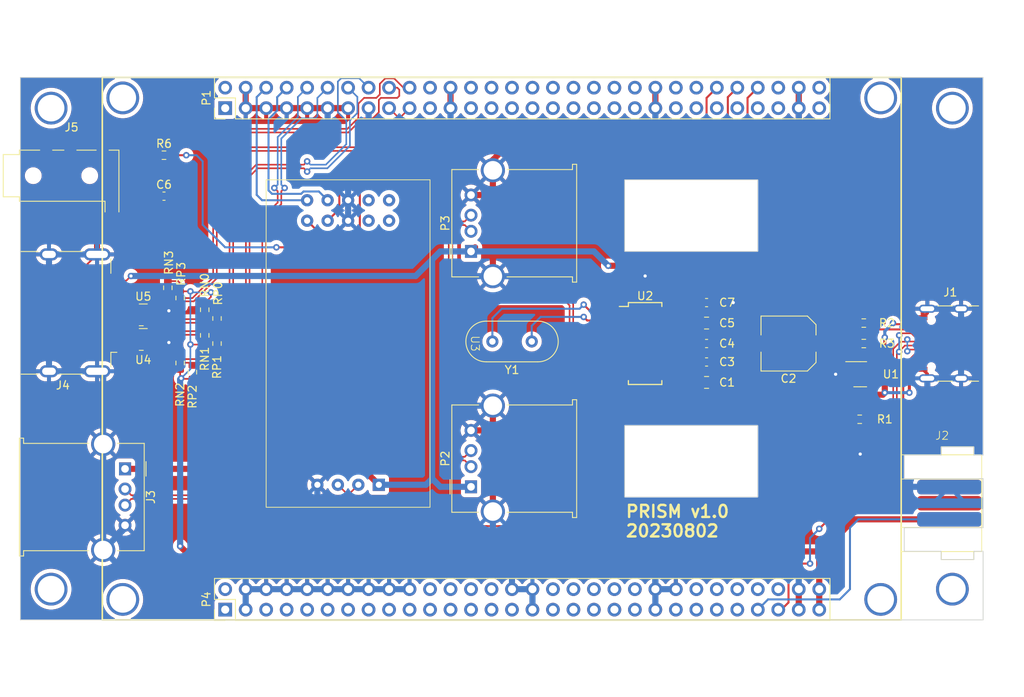
<source format=kicad_pcb>
(kicad_pcb (version 20221018) (generator pcbnew)
  (layers (0 "F.Cu" signal) (31 "B.Cu" signal) (34 "B.Paste" user) (35 "F.Paste" user) (36 "B.SilkS" user "B.Silkscreen") (37 "F.SilkS" user "F.Silkscreen") (38 "B.Mask" user) (39 "F.Mask" user) (44 "Edge.Cuts" user))
  (net 0 "")
  (net 1 "GND")
  (net 2 "/3v3")
  (net 3 "/VBUS_IN")
  (net 4 "Net-(C6-Pad1)")
  (net 5 "VBUS")
  (net 6 "Net-(J1-CC1)")
  (net 7 "/UP_D+")
  (net 8 "/UP_D-")
  (net 10 "Net-(J1-CC2)")
  (net 12 "/SDA")
  (net 14 "+3V3")
  (net 15 "/SCL")
  (net 16 "/USB3_D-")
  (net 17 "/USB3_D+")
  (net 18 "/HDMI_D2_P")
  (net 19 "/HDMI_D2_N")
  (net 20 "/HDMI_D1_P")
  (net 21 "/HDMI_D1_N")
  (net 22 "/HDMI_D0_P")
  (net 23 "/HDMI_D0_N")
  (net 24 "/HDMI_CLK_P")
  (net 25 "/HDMI_CLK_N")
  (net 33 "/SWCLK")
  (net 34 "/SWDIO")
  (net 60 "/TX")
  (net 62 "/RX")
  (net 64 "/BUZ")
  (net 67 "/USB1_D-")
  (net 68 "/USB1_D+")
  (net 69 "/USB2_D-")
  (net 70 "/USB2_D+")
  (net 110 "Net-(U1-ISET)")
  (net 111 "/OVCUR")
  (net 112 "/PWREN")
  (net 113 "Net-(U2-XO)")
  (net 114 "Net-(U2-XI)")
  (net 115 "/USB4_D-")
  (net 116 "/USB4_D+")
  (footprint "Connector_PinHeader_2.54mm:PinHeader_2x30_P2.54mm_Vertical" (layer "F.Cu") (at 116.84 80.01 90)
    (fp_text reference "P1")
    (fp_text value "Conn_02x30_Odd_Even_Shielded")
  )
  (footprint "Resistor_SMD:R_0603_1608Metric" (layer "F.Cu") (at 196.025 109.22)
    (fp_text reference "R3")
    (fp_text value "47k" hide)
  )
  (footprint "Connector_USB:USB_C_Receptacle_GCT_USB4105-xx-A_16P_TopMnt_Horizontal" (layer "F.Cu") (at 207.01 109.22 90)
    (fp_text reference "J1")
    (fp_text value "USB_C_Receptacle")
  )
  (footprint "Capacitor_SMD:C_Elec_6.3x5.8" (layer "F.Cu") (at 186.69 109.22 180)
    (fp_text reference "C2")
    (fp_text value "330uF")
  )
  (footprint "Resistor_SMD:R_0603_1608Metric" (layer "F.Cu") (at 111.252 103.569 -90)
    (fp_text reference "RP3")
    (fp_text value "49.9" hide)
  )
  (footprint "Package_DFN_QFN:Diodes_UDFN-10_1.0x2.5mm_P0.5mm" (layer "F.Cu") (at 106.68 108.712 180)
    (fp_text reference "U4")
    (fp_text value "AZ1045-04F" hide)
  )
  (footprint "Connector_USB:USB_A_Molex_67643_Horizontal" (layer "F.Cu") (at 104.42 124.77 -90)
    (fp_text reference "J3")
    (fp_text value "USB_A")
  )
  (footprint "Resistor_SMD:R_0603_1608Metric" (layer "F.Cu") (at 195.517 118.618 180)
    (fp_text reference "R1")
    (fp_text value "5.1k" hide)
  )
  (footprint "liyuxuan:DAP" (layer "F.Cu") (at 147.32 109.22 -90)
    (fp_text reference "U3")
    (fp_text value "DAP")
  )
  (footprint "Resistor_SMD:R_0603_1608Metric" (layer "F.Cu") (at 114.3 105.029 -90)
    (fp_text reference "RN0")
    (fp_text value "49.9" hide)
  )
  (footprint "Resistor_SMD:R_0603_1608Metric" (layer "F.Cu") (at 112.776 112.776 90)
    (fp_text reference "RP2")
    (fp_text value "49.9" hide)
  )
  (footprint "Capacitor_SMD:C_0805_2012Metric" (layer "F.Cu") (at 176.53 106.68 180)
    (fp_text reference "C5")
    (fp_text value "10uF" hide)
  )
  (footprint "Crystal:Crystal_HC49-4H_Vertical" (layer "F.Cu") (at 154.85 108.966 180)
    (fp_text reference "Y1")
    (fp_text value "12MHz")
  )
  (footprint "Capacitor_SMD:C_0603_1608Metric" (layer "F.Cu") (at 109.25 90.932)
    (fp_text reference "C6")
    (fp_text value "0.1uF" hide)
  )
  (footprint "Capacitor_SMD:C_0805_2012Metric" (layer "F.Cu") (at 176.53 114.046)
    (fp_text reference "C1")
    (fp_text value "10uF" hide)
  )
  (footprint "liyuxuan:Nunchunk" (layer "F.Cu") (at 215.646 129.032 -90)
    (fp_text reference "J2")
    (fp_text value "Nunchunk")
  )
  (footprint "Resistor_SMD:R_0603_1608Metric" (layer "F.Cu") (at 115.824 109.22 90)
    (fp_text reference "RP1")
    (fp_text value "49.9" hide)
  )
  (footprint "Capacitor_SMD:C_0603_1608Metric" (layer "F.Cu") (at 176.53 109.22 180)
    (fp_text reference "C4")
    (fp_text value "0.1uF" hide)
  )
  (footprint "Resistor_SMD:R_0603_1608Metric" (layer "F.Cu") (at 109.728 102.299 -90)
    (fp_text reference "RN3")
    (fp_text value "49.9" hide)
  )
  (footprint "Resistor_SMD:R_0603_1608Metric" (layer "F.Cu") (at 111.252 111.633 90)
    (fp_text reference "RN2")
    (fp_text value "49.9" hide)
  )
  (footprint "Capacitor_SMD:C_0603_1608Metric" (layer "F.Cu") (at 176.53 104.14 180)
    (fp_text reference "C7")
    (fp_text value "1uF" hide)
  )
  (footprint "Connector_PinHeader_2.54mm:PinHeader_2x30_P2.54mm_Vertical" (layer "F.Cu") (at 116.84 142.24 90)
    (fp_text reference "P4")
    (fp_text value "Conn_02x30_Odd_Even_Shielded")
  )
  (footprint "Package_TO_SOT_SMD:SOT-23-6" (layer "F.Cu") (at 195.58 113.03)
    (fp_text reference "U1")
    (fp_text value "CH217K")
  )
  (footprint "Connector_HDMI:HDMI_A_Molex_208658-1001_Horizontal" (layer "F.Cu") (at 98.425 105.41 180)
    (fp_text reference "J4")
    (fp_text value "HDMI_A")
  )
  (footprint "Resistor_SMD:R_0603_1608Metric" (layer "F.Cu") (at 114.3 108.204 90)
    (fp_text reference "RN1")
    (fp_text value "49.9" hide)
  )
  (footprint "Resistor_SMD:R_0603_1608Metric" (layer "F.Cu") (at 196.025 106.68 180)
    (fp_text reference "R2")
    (fp_text value "5.1k" hide)
  )
  (footprint "Resistor_SMD:R_0603_1608Metric" (layer "F.Cu") (at 109.25 85.852)
    (fp_text reference "R6")
    (fp_text value "2k" hide)
  )
  (footprint "Resistor_SMD:R_0603_1608Metric" (layer "F.Cu") (at 115.824 106.108 -90)
    (fp_text reference "RP0")
    (fp_text value "49.9" hide)
  )
  (footprint "Connector_USB:USB_A_Molex_67643_Horizontal" (layer "F.Cu") (at 147.32 127 90)
    (fp_text reference "P2")
    (fp_text value "USB_A")
  )
  (footprint "Package_SO:SSOP-28_3.9x9.9mm_P0.635mm" (layer "F.Cu") (at 168.91 109.22)
    (fp_text reference "U2")
    (fp_text value "CH334U")
  )
  (footprint "Connector_Audio:Jack_3.5mm_KoreanHropartsElec_PJ-320D-4A_Horizontal" (layer "F.Cu") (at 97.79 88.392)
    (fp_text reference "J5")
    (fp_text value "AudioJack3")
  )
  (footprint "Capacitor_SMD:C_0603_1608Metric" (layer "F.Cu") (at 176.53 111.506 180)
    (fp_text reference "C3")
    (fp_text value "0.1uF" hide)
  )
  (footprint "Connector_USB:USB_A_Molex_67643_Horizontal" (layer "F.Cu") (at 147.32 97.79 90)
    (fp_text reference "P3")
    (fp_text value "USB_A")
  )
  (footprint "Package_DFN_QFN:Diodes_UDFN-10_1.0x2.5mm_P0.5mm" (layer "F.Cu") (at 106.68 105.664 180)
    (fp_text reference "U5")
    (fp_text value "AZ1045-04F" hide)
  )
  (gr_rect locked (start 101.6 76.2) (end 200.66 143.51) (stroke (width 0.2)) (fill none) (layer "F.SilkS"))
  (gr_line (start 201.041 125.984) (end 201.041 123.063) (stroke (width 0.1)) (layer "Edge.Cuts"))
  (gr_line (start 91.44 143.51) (end 91.44 76.2) (stroke (width 0.1)) (layer "Edge.Cuts"))
  (gr_line (start 205.613 135.001) (end 201.041 135.001) (stroke (width 0.1)) (layer "Edge.Cuts"))
  (gr_line (start 210.82 125.984) (end 201.041 125.984) (stroke (width 0.1)) (layer "Edge.Cuts"))
  (gr_line (start 210.82 123.063) (end 210.82 76.2) (stroke (width 0.1)) (layer "Edge.Cuts"))
  (gr_line (start 209.677 123.063) (end 210.82 123.063) (stroke (width 0.1)) (layer "Edge.Cuts"))
  (gr_line (start 209.677 122.047) (end 209.677 123.063) (stroke (width 0.1)) (layer "Edge.Cuts"))
  (gr_line (start 205.613 136.017) (end 205.613 135.001) (stroke (width 0.1)) (layer "Edge.Cuts"))
  (gr_line (start 210.82 143.51) (end 91.44 143.51) (stroke (width 0.1)) (layer "Edge.Cuts"))
  (gr_line (start 210.82 143.51) (end 210.82 135.001) (stroke (width 0.1)) (layer "Edge.Cuts"))
  (gr_line (start 209.677 135.001) (end 209.677 136.017) (stroke (width 0.1)) (layer "Edge.Cuts"))
  (gr_rect locked (start 166.37 88.9) (end 182.88 97.79) (stroke (width 0.1)) (fill none) (layer "Edge.Cuts"))
  (gr_line (start 209.677 136.017) (end 205.613 136.017) (stroke (width 0.1)) (layer "Edge.Cuts"))
  (gr_line (start 205.613 122.047) (end 209.677 122.047) (stroke (width 0.1)) (layer "Edge.Cuts"))
  (gr_line (start 201.041 132.08) (end 210.82 132.08) (stroke (width 0.1)) (layer "Edge.Cuts"))
  (gr_line (start 210.82 132.08) (end 210.82 125.984) (stroke (width 0.1)) (layer "Edge.Cuts"))
  (gr_line (start 201.041 123.063) (end 205.613 123.063) (stroke (width 0.1)) (layer "Edge.Cuts"))
  (gr_line (start 205.613 123.063) (end 205.613 122.047) (stroke (width 0.1)) (layer "Edge.Cuts"))
  (gr_line (start 210.82 135.001) (end 209.677 135.001) (stroke (width 0.1)) (layer "Edge.Cuts"))
  (gr_rect locked (start 166.37 119.38) (end 182.88 128.27) (stroke (width 0.1)) (fill none) (layer "Edge.Cuts"))
  (gr_line (start 91.44 76.2) (end 210.82 76.2) (stroke (width 0.1)) (layer "Edge.Cuts"))
  (gr_line (start 201.041 135.001) (end 201.041 132.08) (stroke (width 0.1)) (layer "Edge.Cuts"))
  (gr_text "PRISM v1.0\n20230802" (at 166.37 133.35) (layer "F.SilkS") (effects (font (size 1.5 1.5) (thickness 0.3) bold) (justify left bottom)))
  (via (at 207.01 139.7) (size 4.064) (drill 3.302) (layers "F.Cu" "B.Cu") (net 0))
  (via (at 207.01 80.01) (size 4.064) (drill 3.302) (layers "F.Cu" "B.Cu") (net 0))
  (via (at 95.25 139.7) (size 4.064) (drill 3.302) (layers "F.Cu" "B.Cu") (net 0))
  (via (at 95.25 80.01) (size 4.064) (drill 3.302) (layers "F.Cu" "B.Cu") (net 0))
  (via (at 104.14 140.97) (size 4.064) (drill 3.302) (layers "F.Cu" "B.Cu") (net 0))
  (via (at 198.12 140.97) (size 4.064) (drill 3.302) (layers "F.Cu" "B.Cu") (net 0))
  (via (at 198.12 78.74) (size 4.064) (drill 3.302) (layers "F.Cu" "B.Cu") (net 0))
  (via (at 104.14 78.74) (size 4.064) (drill 3.302) (layers "F.Cu" "B.Cu") (net 0))
  (segment (start 150.03 119.888) (end 150.03 116.93) (width 0.762) (layer "F.Cu") (net 1))
  (segment (start 195.2 104.939526) (end 187.96 97.699526) (width 0.762) (layer "F.Cu") (net 1))
  (segment (start 99.314 107.95) (end 99.314 106.426) (width 0.2032) (layer "F.Cu") (net 1))
  (segment (start 170.18 77.47) (end 170.18 80.01) (width 0.762) (layer "F.Cu") (net 1))
  (segment (start 203.905 104.9) (end 203.905 105.445) (width 0.381) (layer "F.Cu") (net 1))
  (segment (start 168.497 105.0925) (end 168.41775 105.17175) (width 0.381) (layer "F.Cu") (net 1))
  (segment (start 99.322 104.91) (end 99.314 104.902) (width 0.2032) (layer "F.Cu") (net 1))
  (segment (start 203.905 113.54) (end 203.905 112.995) (width 0.381) (layer "F.Cu") (net 1))
  (segment (start 150.03 87.72) (end 150.03 86.444) (width 0.762) (layer "F.Cu") (net 1))
  (segment (start 99.33 106.41) (end 99.314 106.426) (width 0.2032) (layer "F.Cu") (net 1))
  (segment (start 100.95 98.16) (end 100.95 94.742) (width 0.762) (layer "F.Cu") (net 1))
  (segment (start 187.96 80.01) (end 187.96 77.47) (width 0.762) (layer "F.Cu") (net 1))
  (segment (start 147.32 120) (end 149.918 120) (width 0.762) (layer "F.Cu") (net 1))
  (segment (start 187.96 97.699526) (end 187.96 83.82) (width 0.762) (layer "F.Cu") (net 1))
  (segment (start 168.41775 105.17175) (end 167.894 105.6955) (width 0.381) (layer "F.Cu") (net 1))
  (segment (start 194.692 118.618) (end 194.692 122.048) (width 0.762) (layer "F.Cu") (net 1))
  (segment (start 109.347 105.664) (end 109.855 105.156) (width 0.2032) (layer "F.Cu") (net 1))
  (segment (start 109.855 109.093) (end 109.474 108.712) (width 0.2032) (layer "F.Cu") (net 1))
  (segment (start 194.692 122.048) (end 195.58 122.936) (width 0.762) (layer "F.Cu") (net 1))
  (segment (start 100.95 94.742) (end 100.95 93.432) (width 0.762) (layer "F.Cu") (net 1))
  (segment (start 166.31 112.0775) (end 166.31 112.074) (width 0.381) (layer "F.Cu") (net 1))
  (segment (start 203.905 105.445) (end 203.33 106.02) (width 0.381) (layer "F.Cu") (net 1))
  (segment (start 194.4425 113.03) (end 192.532 113.03) (width 0.381) (layer "F.Cu") (net 1))
  (segment (start 187.96 142.24) (end 187.96 139.7) (width 0.762) (layer "F.Cu") (net 1))
  (segment (start 119.38 77.47) (end 119.38 80.01) (width 0.762) (layer "F.Cu") (net 1))
  (segment (start 150.03 87.72) (end 150.03 90.932) (width 0.762) (layer "F.Cu") (net 1))
  (segment (start 195.2 106.68) (end 195.2 104.939526) (width 0.762) (layer "F.Cu") (net 1))
  (segment (start 177.305 109.22) (end 184.1525 109.22) (width 0.762) (layer "F.Cu") (net 1))
  (segment (start 186.436 85.344) (end 187.96 83.82) (width 0.762) (layer "F.Cu") (net 1))
  (segment (start 167.894 111.252) (end 167.894 105.6955) (width 0.381) (layer "F.Cu") (net 1))
  (segment (start 149.888 90.79) (end 150.03 90.932) (width 0.762) (layer "F.Cu") (net 1))
  (segment (start 99.314 101.854) (end 99.314 99.796) (width 0.2032) (layer "F.Cu") (net 1))
  (segment (start 177.48 114.046) (end 177.48 104.315) (width 0.762) (layer "F.Cu") (net 1))
  (segment (start 106.279856 94.742) (end 100.95 94.742) (width 0.762) (layer "F.Cu") (net 1))
  (segment (start 149.918 120) (end 150.03 119.888) (width 0.762) (layer "F.Cu") (net 1))
  (segment (start 99.314 99.796) (end 100.95 98.16) (width 0.2032) (layer "F.Cu") (net 1))
  (segment (start 100.95 93.432) (end 102.74 91.642) (width 0.762) (layer "F.Cu") (net 1))
  (segment (start 150.03 90.932) (end 150.03 100.86) (width 0.762) (layer "F.Cu") (net 1))
  (segment (start 168.91 100.838) (end 168.91 104.6795) (width 0.762) (layer "F.Cu") (net 1))
  (segment (start 106.2675 105.664) (end 109.347 105.664) (width 0.2032) (layer "F.Cu") (net 1))
  (segment (start 150.03 86.444) (end 151.13 85.344) (width 0.762) (layer "F.Cu") (net 1))
  (segment (start 192.532 113.03) (end 192.659 113.03) (width 0.381) (layer "F.Cu") (net 1))
  (segment (start 99.314 106.426) (end 99.314 104.902) (width 0.2032) (layer "F.Cu") (net 1))
  (segment (start 101.71 106.41) (end 99.33 106.41) (width 0.2032) (layer "F.Cu") (net 1))
  (segment (start 168.91 104.6795) (end 168.41775 105.17175) (width 0.762) (layer "F.Cu") (net 1))
  (segment (start 102.77 91.642) (end 102.86 91.732) (width 0.25) (layer "F.Cu") (net 1))
  (segment (start 101.71 107.91) (end 99.354 107.91) (width 0.2032) (layer "F.Cu") (net 1))
  (segment (start 101.71 101.91) (end 99.37 101.91) (width 0.2032) (layer "F.Cu") (net 1))
  (segment (start 101.684 97.426) (end 100.95 98.16) (width 0.25) (layer "F.Cu") (net 1))
  (segment (start 203.905 112.995) (end 203.33 112.42) (width 0.381) (layer "F.Cu") (net 1))
  (segment (start 110.025 90.996856) (end 106.279856 94.742) (width 0.762) (layer "F.Cu") (net 1))
  (segment (start 195.2 106.68) (end 195.2 109.22) (width 0.762) (layer "F.Cu") (net 1))
  (segment (start 110.025 90.932) (end 110.025 90.996856) (width 0.762) (layer "F.Cu") (net 1))
  (segment (start 177.48 104.315) (end 177.305 104.14) (width 0.762) (layer "F.Cu") (net 1))
  (segment (start 147.32 90.79) (end 149.888 90.79) (width 0.762) (layer "F.Cu") (net 1))
  (segment (start 167.113 112.033) (end 167.894 111.252) (width 0.381) (layer "F.Cu") (net 1))
  (segment (start 167.894 105.6955) (end 167.291 105.0925) (width 0.381) (layer "F.Cu") (net 1))
  (segment (start 99.504 109.41) (end 99.314 109.22) (width 0.2032) (layer "F.Cu") (net 1))
  (segment (start 144.78 77.47) (end 144.78 80.01) (width 0.762) (layer "F.Cu") (net 1))
  (segment (start 187.96 83.82) (end 187.96 80.01) (width 0.762) (layer "F.Cu") (net 1))
  (segment (start 99.314 104.902) (end 99.314 101.854) (width 0.2032) (layer "F.Cu") (net 1))
  (segment (start 99.354 107.91) (end 99.314 107.95) (width 0.2032) (layer "F.Cu") (net 1))
  (segment (start 101.71 109.41) (end 99.504 109.41) (width 0.2032) (layer "F.Cu") (net 1))
  (segment (start 151.13 85.344) (end 186.436 85.344) (width 0.762) (layer "F.Cu") (net 1))
  (segment (start 166.351 112.033) (end 167.113 112.033) (width 0.381) (layer "F.Cu") (net 1))
  (segment (start 119.38 80.01) (end 132.08 80.01) (width 0.762) (layer "F.Cu") (net 1))
  (segment (start 150.03 88.08) (end 150.03 87.72) (width 0.25) (layer "F.Cu") (net 1))
  (segment (start 109.474 108.712) (end 106.2675 108.712) (width 0.2032) (layer "F.Cu") (net 1))
  (segment (start 167.291 105.0925) (end 166.31 105.0925) (width 0.381) (layer "F.Cu") (net 1))
  (segment (start 101.71 104.91) (end 99.322 104.91) (width 0.2032) (layer "F.Cu") (net 1))
  (segment (start 150.03 130.07) (end 150.03 119.888) (width 0.762) (layer "F.Cu") (net 1))
  (segment (start 166.31 112.074) (end 166.351 112.033) (width 0.381) (layer "F.Cu") (net 1))
  (segment (start 100.95 98.16) (end 99.568 99.542) (width 0.2032) (layer "F.Cu") (net 1))
  (segment (start 177.305 104.14) (end 179.832 104.14) (width 0.762) (layer "F.Cu") (net 1))
  (segment (start 171.51 105.0925) (end 168.497 105.0925) (width 0.381) (layer "F.Cu") (net 1))
  (segment (start 99.37 101.91) (end 99.314 101.854) (width 0.2032) (layer "F.Cu") (net 1))
  (segment (start 99.314 109.22) (end 99.314 107.95) (width 0.2032) (layer "F.Cu") (net 1))
  (via (at 192.532 113.03) (size 0.8) (drill 0.4) (layers "F.Cu" "B.Cu") (net 1))
  (via (at 109.855 105.156) (size 0.8) (drill 0.4) (layers "F.Cu" "B.Cu") (net 1))
  (via (at 109.855 109.093) (size 0.8) (drill 0.4) (layers "F.Cu" "B.Cu") (net 1))
  (via (at 195.58 122.936) (size 0.8) (drill 0.4) (layers "F.Cu" "B.Cu") (net 1))
  (via (at 179.832 104.14) (size 0.8) (drill 0.4) (layers "F.Cu" "B.Cu") (net 1))
  (via (at 168.91 100.838) (size 0.8) (drill 0.4) (layers "F.Cu" "B.Cu") (net 1))
  (segment (start 94.99 112.66) (end 100.95 112.66) (width 0.762) (layer "B.Cu") (net 1))
  (segment (start 101.71 134.84) (end 104.538 137.668) (width 0.762) (layer "B.Cu") (net 1))
  (segment (start 150.03 134.704) (end 149.352 135.382) (width 0.762) (layer "B.Cu") (net 1))
  (segment (start 186.69 83.058) (end 187.96 81.788) (width 0.762) (layer "B.Cu") (net 1))
  (segment (start 94.99 107.188) (end 94.99 107.194) (width 0.762) (layer "B.Cu") (net 1))
  (segment (start 203.905 117.405) (end 200.66 120.65) (width 0.762) (layer "B.Cu") (net 1))
  (segment (start 146.028 100.86) (end 144.78 102.108) (width 0.762) (layer "B.Cu") (net 1))
  (segment (start 125.222 84.328) (end 125.73 83.82) (width 0.762) (layer "B.Cu") (net 1))
  (segment (start 169.672 135.382) (end 170.18 135.89) (width 0.762) (layer "B.Cu") (net 1))
  (segment (start 128.27 126.746) (end 128.27 135.382) (width 0.762) (layer "B.Cu") (net 1))
  (segment (start 191.516 127) (end 191.135 127.381) (width 0.762) (layer "B.Cu") (net 1))
  (segment (start 192.532 125.984) (end 191.135 127.381) (width 0.762) (layer "B.Cu") (net 1))
  (segment (start 168.91 100.838) (end 168.888 100.86) (width 0.762) (layer "B.Cu") (net 1))
  (segment (start 144.78 102.108) (end 144.78 115.316) (width 0.762) (layer "B.Cu") (net 1))
  (segment (start 172.72 139.7) (end 170.18 139.7) (width 0.762) (layer "B.Cu") (net 1))
  (segment (start 119.38 139.7) (end 139.7 139.7) (width 0.762) (layer "B.Cu") (net 1))
  (segment (start 101.71 121.7) (end 101.71 113.42) (width 0.762) (layer "B.Cu") (net 1))
  (segment (start 187.96 81.788) (end 187.96 80.01) (width 0.762) (layer "B.Cu") (net 1))
  (segment (start 109.855 105.156) (end 109.855 107.188) (width 0.762) (layer "B.Cu") (net 1))
  (segment (start 203.905 104.9) (end 208.085 104.9) (width 0.762) (layer "B.Cu") (net 1))
  (segment (start 101.71 113.42) (end 100.95 112.66) (width 0.762) (layer "B.Cu") (net 1))
  (segment (start 146.304 135.382) (end 149.352 135.382) (width 0.762) (layer "B.Cu") (net 1))
  (segment (start 94.99 98.16) (end 100.95 98.16) (width 0.762) (layer "B.Cu") (net 1))
  (segment (start 109.855 107.188) (end 109.855 109.093) (width 0.762) (layer "B.Cu") (net 1))
  (segment (start 128.27 135.382) (end 146.304 135.382) (width 0.762) (layer "B.Cu") (net 1))
  (segment (start 134.874 88.392) (end 134.112 89.154) (width 0.762) (layer "B.Cu") (net 1))
  (segment (start 154.94 142.24) (end 154.94 139.7) (width 0.762) (layer "B.Cu") (net 1))
  (segment (start 197.866 120.65) (end 195.58 122.936) (width 0.762) (layer "B.Cu") (net 1))
  (segment (start 170.18 81.788) (end 171.45 83.058) (width 0.762) (layer "B.Cu") (net 1))
  (segment (start 144.78 115.316) (end 146.394 116.93) (width 0.762) (layer "B.Cu") (net 1))
  (segment (start 138.176 83.058) (end 143.51 83.058) (width 0.762) (layer "B.Cu") (net 1))
  (segment (start 94.99 98.16) (end 94.99 107.188) (width 0.762) (layer "B.Cu") (net 1))
  (segment (start 170.18 139.7) (end 170.18 136.398) (width 0.762) (layer "B.Cu") (net 1))
  (segment (start 149.352 135.382) (end 152.4 135.382) (width 0.762) (layer "B.Cu") (net 1))
  (segment (start 170.18 142.24) (end 170.18 135.89) (width 0.762) (layer "B.Cu") (net 1))
  (segment (start 206.614 127) (end 195.326 127) (width 0.762) (layer "B.Cu") (net 1))
  (segment (start 143.51 83.058) (end 144.78 81.788) (width 0.762) (layer "B.Cu") (net 1))
  (segment (start 192.532 113.03) (end 192.532 125.984) (width 0.762) (layer "B.Cu") (net 1))
  (segment (start 208.085 104.9) (end 208.085 113.54) (width 0.762) (layer "B.Cu") (net 1))
  (segment (start 134.874 84.074) (end 134.874 88.392) (width 0.762) (layer "B.Cu") (net 1))
  (segment (start 200.66 120.65) (end 197.866 120.65) (width 0.762) (layer "B.Cu") (net 1))
  (segment (start 132.08 93.98) (end 132.08 91.44) (width 0.762) (layer "B.Cu") (net 1))
  (segment (start 120.396 135.382) (end 128.27 135.382) (width 0.762) (layer "B.Cu") (net 1))
  (segment (start 191.135 127.381) (end 187.96 130.556) (width 0.762) (layer "B.Cu") (net 1))
  (segment (start 104.42 132.13) (end 101.71 134.84) (width 0.762) (layer "B.Cu") (net 1))
  (segment (start 203.905 113.54) (end 208.085 113.54) (width 0.762) (layer "B.Cu") (net 1))
  (segment (start 146.394 116.93) (end 150.03 116.93) (width 0.762) (layer "B.Cu") (net 1))
  (segment (start 150.03 130.07) (end 150.03 134.704) (width 0.762) (layer "B.Cu") (net 1))
  (segment (start 109.855 107.188) (end 94.996 107.188) (width 0.762) (layer "B.Cu") (net 1))
  (segment (start 132.08 89.154) (end 125.984 89.154) (width 0.762) (layer "B.Cu") (net 1))
  (segment (start 135.89 83.058) (end 138.176 83.058) (width 0.762) (layer "B.Cu") (net 1))
  (segment (start 195.58 122.936) (end 195.072 123.444) (width 0.762) (layer "B.Cu") (net 1))
  (segment (start 134.112 89.154) (end 132.08 89.154) (width 0.762) (layer "B.Cu") (net 1))
  (segment (start 203.905 113.54) (end 203.905 117.405) (width 0.762) (layer "B.Cu") (net 1))
  (segment (start 104.538 137.668) (end 119.38 137.668) (width 0.762) (layer "B.Cu") (net 1))
  (segment (start 168.91 83.058) (end 170.18 81.788) (width 0.762) (layer "B.Cu") (net 1))
  (segment (start 168.888 100.86) (end 150.03 100.86) (width 0.762) (layer "B.Cu") (net 1))
  (segment (start 171.45 83.058) (end 186.69 83.058) (width 0.762) (layer "B.Cu") (net 1))
  (segment (start 187.96 134.62) (end 187.96 139.7) (width 0.762) (layer "B.Cu") (net 1))
  (segment (start 125.222 88.392) (end 125.222 84.328) (width 0.762) (layer "B.Cu") (net 1))
  (segment (start 119.38 136.398) (end 120.396 135.382) (width 0.762) (layer "B.Cu") (net 1))
  (segment (start 150.03 100.86) (end 146.028 100.86) (width 0.762) (layer "B.Cu") (net 1))
  (segment (start 132.08 91.44) (end 132.08 89.154) (width 0.762) (layer "B.Cu") (net 1))
  (segment (start 187.198 135.382) (end 187.96 134.62) (width 0.762) (layer "B.Cu") (net 1))
  (segment (start 134.62 81.788) (end 135.89 83.058) (width 0.762) (layer "B.Cu") (net 1))
  (segment (start 128.27 83.82) (end 129.54 82.55) (width 0.762) (layer "B.Cu") (net 1))
  (segment (start 94.99 107.194) (end 94.99 112.66) (width 0.762) (layer "B.Cu") (net 1))
  (segment (start 146.05 83.058) (end 168.91 83.058) (width 0.762) (layer "B.Cu") (net 1))
  (segment (start 135.89 83.058) (end 134.874 84.074) (width 0.762) (layer "B.Cu") (net 1))
  (segment (start 152.4 139.7) (end 152.4 135.382) (width 0.762) (layer "B.Cu") (net 1))
  (segment (start 101.71 121.7) (end 101.71 134.84) (width 0.762) (layer "B.Cu") (net 1))
  (segment (start 179.832 102.87) (end 177.822 100.86) (width 0.762) (layer "B.Cu") (net 1))
  (segment (start 187.96 133.858) (end 187.96 134.62) (width 0.762) (layer "B.Cu") (net 1))
  (segment (start 206.646 127.032) (end 206.614 127) (width 0.762) (layer "B.Cu") (net 1))
  (segment (start 144.78 81.788) (end 146.05 83.058) (width 0.762) (layer "B.Cu") (net 1))
  (segment (start 134.62 80.01) (end 134.62 81.788) (width 0.762) (layer "B.Cu") (net 1))
  (segment (start 119.38 142.24) (end 119.38 137.668) (width 0.762) (layer "B.Cu") (net 1))
  (segment (start 179.832 104.14) (end 179.832 102.87) (width 0.762) (layer "B.Cu") (net 1))
  (segment (start 129.54 82.55) (end 129.54 80.01) (width 0.762) (layer "B.Cu") (net 1))
  (segment (start 119.38 137.668) (end 119.38 136.398) (width 0.762) (layer "B.Cu") (net 1))
  (segment (start 104.42 131.77) (end 104.42 132.13) (width 0.762) (layer "B.Cu") (net 1))
  (segment (start 125.73 83.82) (end 128.27 83.82) (width 0.762) (layer "B.Cu") (net 1))
  (segment (start 152.4 135.382) (end 169.672 135.382) (width 0.762) (layer "B.Cu") (net 1))
  (segment (start 94.996 107.188) (end 94.99 107.194) (width 0.762) (layer "B.Cu") (net 1))
  (segment (start 195.072 123.444) (end 195.072 126.746) (width 0.762) (layer "B.Cu") (net 1))
  (segment (start 187.96 130.556) (end 187.96 133.858) (width 0.762) (layer "B.Cu") (net 1))
  (segment (start 168.932 100.86) (end 168.91 100.838) (width 0.762) (layer "B.Cu") (net 1))
  (segment (start 177.822 100.86) (end 168.932 100.86) (width 0.762) (layer "B.Cu") (net 1))
  (segment (start 195.326 127) (end 191.516 127) (width 0.762) (layer "B.Cu") (net 1))
  (segment (start 144.78 81.788) (end 144.78 80.01) (width 0.762) (layer "B.Cu") (net 1))
  (segment (start 170.18 136.398) (end 171.196 135.382) (width 0.762) (layer "B.Cu") (net 1))
  (segment (start 154.94 139.7) (end 152.4 139.7) (width 0.762) (layer "B.Cu") (net 1))
  (segment (start 171.196 135.382) (end 187.198 135.382) (width 0.762) (layer "B.Cu") (net 1))
  (segment (start 195.072 126.746) (end 195.326 127) (width 0.762) (layer "B.Cu") (net 1))
  (segment (start 125.984 89.154) (end 125.222 88.392) (width 0.762) (layer "B.Cu") (net 1))
  (segment (start 170.18 81.788) (end 170.18 80.01) (width 0.762) (layer "B.Cu") (net 1))
  (segment (start 175.755 104.14) (end 175.755 109.22) (width 0.381) (layer "F.Cu") (net 2))
  (segment (start 167.291 112.7125) (end 170.466 109.5375) (width 0.381) (layer "F.Cu") (net 2))
  (segment (start 175.447 109.528) (end 171.51 109.528) (width 0.381) (layer "F.Cu") (net 2))
  (segment (start 166.31 112.7125) (end 167.291 112.7125) (width 0.381) (layer "F.Cu") (net 2))
  (segment (start 175.755 109.22) (end 175.447 109.528) (width 0.381) (layer "F.Cu") (net 2))
  (segment (start 170.466 109.5375) (end 171.51 109.5375) (width 0.381) (layer "F.Cu") (net 2))
  (segment (start 203.33 111.62) (end 202.374 111.62) (width 0.381) (layer "F.Cu") (net 3))
  (segment (start 199.784 106.82) (end 203.33 106.82) (width 0.254) (layer "F.Cu") (net 3))
  (segment (start 199.644 106.68) (end 199.504 106.82) (width 0.381) (layer "F.Cu") (net 3))
  (segment (start 198.628 108.458) (end 198.628 112.776) (width 0.381) (layer "F.Cu") (net 3))
  (segment (start 175.755 111.506) (end 175.755 115.049) (width 0.762) (layer "F.Cu") (net 3))
  (segment (start 171.51 110.1725) (end 173.1645 110.1725) (width 0.381) (layer "F.Cu") (net 3))
  (segment (start 199.644 106.68) (end 199.784 106.82) (width 0.254) (layer "F.Cu") (net 3))
  (segment (start 173.1645 110.1725) (end 174.498 111.506) (width 0.381) (layer "F.Cu") (net 3))
  (segment (start 174.498 111.506) (end 175.755 111.506) (width 0.381) (layer "F.Cu") (net 3))
  (segment (start 201.676 112.318) (end 201.676 115.316) (width 0.381) (layer "F.Cu") (net 3))
  (segment (start 175.755 115.049) (end 176.276 115.57) (width 0.762) (layer "F.Cu") (net 3))
  (segment (start 198.628 112.776) (end 197.932 112.08) (width 0.762) (layer "F.Cu") (net 3))
  (segment (start 197.932 112.08) (end 196.7175 112.08) (width 0.762) (layer "F.Cu") (net 3))
  (segment (start 198.374 115.57) (end 198.628 115.316) (width 0.762) (layer "F.Cu") (net 3))
  (segment (start 176.276 115.57) (end 198.374 115.57) (width 0.762) (layer "F.Cu") (net 3))
  (segment (start 202.374 111.62) (end 201.676 112.318) (width 0.381) (layer "F.Cu") (net 3))
  (segment (start 198.628 115.316) (end 198.628 112.776) (width 0.762) (layer "F.Cu") (net 3))
  (via (at 198.628 115.316) (size 0.8) (drill 0.4) (layers "F.Cu" "B.Cu") (net 3))
  (via (at 199.644 106.68) (size 0.8) (drill 0.4) (layers "F.Cu" "B.Cu") (net 3))
  (via (at 201.676 115.316) (size 0.8) (drill 0.4) (layers "F.Cu" "B.Cu") (net 3))
  (via (at 198.628 108.458) (size 0.8) (drill 0.4) (layers "F.Cu" "B.Cu") (net 3))
  (segment (start 198.628 107.696) (end 199.644 106.68) (width 0.381) (layer "B.Cu") (net 3))
  (segment (start 198.628 108.458) (end 198.628 107.696) (width 0.381) (layer "B.Cu") (net 3))
  (segment (start 201.676 115.316) (end 198.628 115.316) (width 0.381) (layer "B.Cu") (net 3))
  (segment (start 108.425 85.852) (end 108.425 90.882) (width 0.25) (layer "F.Cu") (net 4))
  (segment (start 107.715 85.142) (end 108.425 85.852) (width 0.25) (layer "F.Cu") (net 4))
  (segment (start 97.64 85.142) (end 101.64 85.142) (width 0.25) (layer "F.Cu") (net 4))
  (segment (start 108.425 90.882) (end 108.475 90.932) (width 0.25) (layer "F.Cu") (net 4))
  (segment (start 101.67 85.142) (end 107.715 85.142) (width 0.25) (layer "F.Cu") (net 4))
  (segment (start 189.2275 109.22) (end 189.2275 100.3275) (width 0.762) (layer "F.Cu") (net 5))
  (segment (start 104.584 101.41) (end 105.156 100.838) (width 0.2032) (layer "F.Cu") (net 5))
  (segment (start 136.144 127) (end 135.89 126.746) (width 0.25) (layer "F.Cu") (net 5))
  (segment (start 147.828 97.282) (end 147.32 97.79) (width 0.762) (layer "F.Cu") (net 5))
  (segment (start 133.914 124.77) (end 135.89 126.746) (width 0.762) (layer "F.Cu") (net 5))
  (segment (start 189.2275 109.22) (end 191.5825 109.22) (width 0.762) (layer "F.Cu") (net 5))
  (segment (start 188.468 99.568) (end 164.338 99.568) (width 0.762) (layer "F.Cu") (net 5))
  (segment (start 104.42 124.77) (end 133.914 124.77) (width 0.762) (layer "F.Cu") (net 5))
  (segment (start 101.71 101.41) (end 104.584 101.41) (width 0.2032) (layer "F.Cu") (net 5))
  (segment (start 191.5825 109.22) (end 194.4425 112.08) (width 0.762) (layer "F.Cu") (net 5))
  (segment (start 189.2275 100.3275) (end 188.468 99.568) (width 0.762) (layer "F.Cu") (net 5))
  (via (at 164.338 99.568) (size 0.8) (drill 0.4) (layers "F.Cu" "B.Cu") (net 5))
  (via (at 105.156 100.838) (size 0.8) (drill 0.4) (layers "F.Cu" "B.Cu") (net 5))
  (segment (start 147.32 97.79) (end 162.56 97.79) (width 0.762) (layer "B.Cu") (net 5))
  (segment (start 143.51 127) (end 147.32 127) (width 0.762) (layer "B.Cu") (net 5))
  (segment (start 141.732 126.746) (end 142.494 125.984) (width 0.762) (layer "B.Cu") (net 5))
  (segment (start 140.462 100.838) (end 142.494 98.806) (width 0.762) (layer "B.Cu") (net 5))
  (segment (start 142.494 125.984) (end 143.51 127) (width 0.762) (layer "B.Cu") (net 5))
  (segment (start 162.56 97.79) (end 164.338 99.568) (width 0.762) (layer "B.Cu") (net 5))
  (segment (start 143.51 97.79) (end 142.494 98.806) (width 0.762) (layer "B.Cu") (net 5))
  (segment (start 142.494 98.806) (end 142.494 125.984) (width 0.762) (layer "B.Cu") (net 5))
  (segment (start 147.32 97.79) (end 143.51 97.79) (width 0.762) (layer "B.Cu") (net 5))
  (segment (start 135.89 126.746) (end 141.732 126.746) (width 0.762) (layer "B.Cu") (net 5))
  (segment (start 105.156 100.838) (end 140.462 100.838) (width 0.762) (layer "B.Cu") (net 5))
  (segment (start 199.644 118.618) (end 200.914 117.348) (width 0.25) (layer "F.Cu") (net 6))
  (segment (start 200.914 112.011) (end 200.914 112.014) (width 0.25) (layer "F.Cu") (net 6))
  (segment (start 203.33 110.47) (end 202.455 110.47) (width 0.25) (layer "F.Cu") (net 6))
  (segment (start 202.455 110.47) (end 200.914 112.011) (width 0.25) (layer "F.Cu") (net 6))
  (segment (start 200.914 117.348) (end 200.914 112.014) (width 0.25) (layer "F.Cu") (net 6))
  (segment (start 196.342 118.618) (end 199.644 118.618) (width 0.25) (layer "F.Cu") (net 6))
  (segment (start 201.93 107.95) (end 200.66 107.95) (width 0.2) (layer "F.Cu") (net 7))
  (segment (start 170.0868 117.319) (end 169.193 116.4252) (width 0.2) (layer "F.Cu") (net 7))
  (segment (start 200.406 110.236) (end 200.406 110.19555) (width 0.2) (layer "F.Cu") (net 7))
  (segment (start 202.45 108.47) (end 201.93 107.95) (width 0.2) (layer "F.Cu") (net 7))
  (segment (start 170.609999 112.7125) (end 171.51 112.7125) (width 0.2) (layer "F.Cu") (net 7))
  (segment (start 200.406 110.19555) (end 201.13155 109.47) (width 0.2) (layer "F.Cu") (net 7))
  (segment (start 203.33 108.47) (end 202.45 108.47) (width 0.2) (layer "F.Cu") (net 7))
  (segment (start 200.66 107.95) (end 200.406 108.204) (width 0.2) (layer "F.Cu") (net 7))
  (segment (start 203.33 109.47) (end 201.168 109.47) (width 0.2) (layer "F.Cu") (net 7))
  (segment (start 200.123 110.519) (end 200.406 110.236) (width 0.2) (layer "F.Cu") (net 7))
  (segment (start 199.2292 117.319) (end 170.0868 117.319) (width 0.2) (layer "F.Cu") (net 7))
  (segment (start 170.517499 112.805) (end 170.609999 112.7125) (width 0.2) (layer "F.Cu") (net 7))
  (segment (start 169.193 116.4252) (end 169.193 113.4448) (width 0.2) (layer "F.Cu") (net 7))
  (segment (start 200.123 116.4252) (end 199.2292 117.319) (width 0.2) (layer "F.Cu") (net 7))
  (segment (start 169.193 113.4448) (end 169.8328 112.805) (width 0.2) (layer "F.Cu") (net 7))
  (segment (start 201.13155 109.47) (end 201.168 109.47) (width 0.2) (layer "F.Cu") (net 7))
  (segment (start 200.123 116.4252) (end 200.123 110.519) (width 0.2) (layer "F.Cu") (net 7))
  (segment (start 169.8328 112.805) (end 170.517499 112.805) (width 0.2) (layer "F.Cu") (net 7))
  (via (at 200.406 108.204) (size 0.8) (drill 0.4) (layers "F.Cu" "B.Cu") (net 7))
  (via (at 200.406 110.236) (size 0.8) (drill 0.4) (layers "F.Cu" "B.Cu") (net 7))
  (segment (start 200.406 110.236) (end 200.406 108.204) (width 0.2) (layer "B.Cu") (net 7))
  (segment (start 170.2732 116.869) (end 169.643 116.2388) (width 0.2) (layer "F.Cu") (net 8))
  (segment (start 170.609999 113.3475) (end 171.51 113.3475) (width 0.2) (layer "F.Cu") (net 8))
  (segment (start 169.643 116.2388) (end 169.643 113.6312) (width 0.2) (layer "F.Cu") (net 8))
  (segment (start 199.673 116.2388) (end 199.0428 116.869) (width 0.2) (layer "F.Cu") (net 8))
  (segment (start 201.434 109.97) (end 201.434 110.1575) (width 0.2) (layer "F.Cu") (net 8))
  (segment (start 169.643 113.6312) (end 170.0192 113.255) (width 0.2) (layer "F.Cu") (net 8))
  (segment (start 200.5668 108.995) (end 199.673 109.8888) (width 0.2) (layer "F.Cu") (net 8))
  (segment (start 170.517499 113.255) (end 170.609999 113.3475) (width 0.2) (layer "F.Cu") (net 8))
  (segment (start 199.0428 116.869) (end 170.2732 116.869) (width 0.2) (layer "F.Cu") (net 8))
  (segment (start 201.68 108.97) (end 201.422 108.712) (width 0.2) (layer "F.Cu") (net 8))
  (segment (start 201.6215 109.97) (end 201.422 110.1695) (width 0.2) (layer "F.Cu") (net 8))
  (segment (start 203.33 108.97) (end 201.68 108.97) (width 0.2) (layer "F.Cu") (net 8))
  (segment (start 201.139 108.995) (end 200.5668 108.995) (width 0.2) (layer "F.Cu") (net 8))
  (segment (start 170.0192 113.255) (end 170.517499 113.255) (width 0.2) (layer "F.Cu") (net 8))
  (segment (start 201.434 110.1575) (end 201.422 110.1695) (width 0.2) (layer "F.Cu") (net 8))
  (segment (start 203.33 109.97) (end 201.6215 109.97) (width 0.2) (layer "F.Cu") (net 8))
  (segment (start 201.422 108.712) (end 201.139 108.995) (width 0.2) (layer "F.Cu") (net 8))
  (segment (start 199.673 109.8888) (end 199.673 116.2388) (width 0.2) (layer "F.Cu") (net 8))
  (segment (start 203.318 109.982) (end 203.33 109.97) (width 0.2) (layer "F.Cu") (net 8))
  (via (at 201.422 108.712) (size 0.8) (drill 0.4) (layers "F.Cu" "B.Cu") (net 8))
  (via (at 201.422 110.1695) (size 0.8) (drill 0.4) (layers "F.Cu" "B.Cu") (net 8))
  (segment (start 201.422 108.712) (end 201.422 109.982) (width 0.2) (layer "B.Cu") (net 8))
  (segment (start 197.64 107.47) (end 203.33 107.47) (width 0.25) (layer "F.Cu") (net 10))
  (segment (start 196.85 106.68) (end 197.64 107.47) (width 0.25) (layer "F.Cu") (net 10))
  (segment (start 186.69 137.033) (end 186.69 141.351) (width 0.25) (layer "F.Cu") (net 12))
  (segment (start 186.69 141.351) (end 185.801 142.24) (width 0.25) (layer "F.Cu") (net 12))
  (segment (start 195.675 127.032) (end 206.646 127.032) (width 0.25) (layer "F.Cu") (net 12))
  (segment (start 185.801 142.24) (end 185.42 142.24) (width 0.25) (layer "F.Cu") (net 12))
  (segment (start 189.357 136.525) (end 187.198 136.525) (width 0.25) (layer "F.Cu") (net 12))
  (segment (start 190.5 132.207) (end 195.675 127.032) (width 0.25) (layer "F.Cu") (net 12))
  (segment (start 187.198 136.525) (end 186.69 137.033) (width 0.25) (layer "F.Cu") (net 12))
  (via (at 189.357 136.525) (size 0.8) (drill 0.4) (layers "F.Cu" "B.Cu") (net 12))
  (via (at 190.5 132.207) (size 0.8) (drill 0.4) (layers "F.Cu" "B.Cu") (net 12))
  (segment (start 189.357 133.35) (end 190.5 132.207) (width 0.25) (layer "B.Cu") (net 12))
  (segment (start 189.357 136.525) (end 189.357 133.35) (width 0.25) (layer "B.Cu") (net 12))
  (segment (start 115.824 104.394) (end 115.57 104.14) (width 0.2032) (layer "F.Cu") (net 14))
  (segment (start 114.3 110.109) (end 114.3 109.029) (width 0.2032) (layer "F.Cu") (net 14))
  (segment (start 114.364 104.14) (end 114.3 104.204) (width 0.2032) (layer "F.Cu") (net 14))
  (segment (start 112.522 102.743) (end 111.253 102.743) (width 0.2032) (layer "F.Cu") (net 14))
  (segment (start 115.633 110.236) (end 114.427 110.236) (width 0.2032) (layer "F.Cu") (net 14))
  (segment (start 190.5 135.382) (end 191.0715 134.8105) (width 0.762) (layer "F.Cu") (net 14))
  (segment (start 190.5 142.24) (end 190.5 135.382) (width 0.762) (layer "F.Cu") (net 14))
  (segment (start 113.982 109.347) (end 112.522 109.347) (width 0.2032) (layer "F.Cu") (net 14))
  (segment (start 111.253 102.743) (end 111.252 102.744) (width 0.2032) (layer "F.Cu") (net 14))
  (segment (start 115.062 103.442) (end 115.062 102.87) (width 0.2032) (layer "F.Cu") (net 14))
  (segment (start 114.3 109.029) (end 113.982 109.347) (width 0.2032) (layer "F.Cu") (net 14))
  (segment (start 194.85 131.032) (end 193.548 132.334) (width 0.762) (layer "F.Cu") (net 14))
  (segment (start 111.252 113.411) (end 111.379 113.538) (width 0.2032) (layer "F.Cu") (net 14))
  (segment (start 206.646 131.032) (end 206.534 131.032) (width 1.27) (layer "F.Cu") (net 14))
  (segment (start 112.776 113.601) (end 111.442 113.601) (width 0.2032) (layer "F.Cu") (net 14))
  (segment (start 114.3 104.204) (end 115.062 103.442) (width 0.2032) (layer "F.Cu") (net 14))
  (segment (start 206.534 131.032) (end 206.502 131.064) (width 1.27) (layer "F.Cu") (net 14))
  (segment (start 191.0715 134.8105) (end 190.864 135.018) (width 0.762) (layer "F.Cu") (net 14))
  (segment (start 111.904 135.018) (end 111.252 134.366) (width 0.762) (layer "F.Cu") (net 14))
  (segment (start 111.252 102.744) (end 111.252 101.727) (width 0.2032) (layer "F.Cu") (net 14))
  (segment (start 115.824 105.283) (end 115.824 104.394) (width 0.2032) (layer "F.Cu") (net 14))
  (segment (start 110.999 101.474) (end 109.728 101.474) (width 0.2032) (layer "F.Cu") (net 14))
  (segment (start 111.442 113.601) (end 111.379 113.538) (width 0.2032) (layer "F.Cu") (net 14))
  (segment (start 111.252 101.727) (end 110.999 101.474) (width 0.2032) (layer "F.Cu") (net 14))
  (segment (start 190.864 135.018) (end 111.904 135.018) (width 0.762) (layer "F.Cu") (net 14))
  (segment (start 114.427 110.236) (end 114.3 110.109) (width 0.2032) (layer "F.Cu") (net 14))
  (segment (start 111.252 112.458) (end 111.252 113.411) (width 0.2032) (layer "F.Cu") (net 14))
  (segment (start 115.824 110.045) (end 115.633 110.236) (width 0.2032) (layer "F.Cu") (net 14))
  (segment (start 115.57 104.14) (end 114.364 104.14) (width 0.2032) (layer "F.Cu") (net 14))
  (segment (start 206.646 131.032) (end 194.85 131.032) (width 0.762) (layer "F.Cu") (net 14))
  (segment (start 193.548 132.334) (end 191.0715 134.8105) (width 0.762) (layer "F.Cu") (net 14))
  (via (at 115.062 102.87) (size 0.8) (drill 0.4) (layers "F.Cu" "B.Cu") (net 14))
  (via (at 112.522 102.743) (size 0.8) (drill 0.4) (layers "F.Cu" "B.Cu") (net 14))
  (via (at 111.252 134.366) (size 0.8) (drill 0.4) (layers "F.Cu" "B.Cu") (net 14))
  (via (at 111.379 113.538) (size 0.8) (drill 0.4) (layers "F.Cu" "B.Cu") (net 14))
  (via (at 112.52835 109.336519) (size 0.8) (drill 0.4) (layers "F.Cu" "B.Cu") (net 14))
  (segment (start 115.062 102.87) (end 112.649 102.87) (width 0.2032) (layer "B.Cu") (net 14))
  (segment (start 111.252 113.665) (end 111.379 113.538) (width 0.762) (layer "B.Cu") (net 14))
  (segment (start 111.379 113.538) (end 112.522 112.395) (width 0.2032) (layer "B.Cu") (net 14))
  (segment (start 111.252 134.366) (end 111.252 113.665) (width 0.762) (layer "B.Cu") (net 14))
  (segment (start 112.522 112.395) (end 112.522 102.743) (width 0.2032) (layer "B.Cu") (net 14))
  (segment (start 112.649 102.87) (end 112.522 102.743) (width 0.2032) (layer "B.Cu") (net 14))
  (segment (start 195.358 131.032) (end 206.646 131.032) (width 0.25) (layer "B.Cu") (net 15))
  (segment (start 206.646 131.032) (end 206.614 131.064) (width 0.25) (layer "B.Cu") (net 15))
  (segment (start 193.04 140.97) (end 194.31 139.7) (width 0.25) (layer "B.Cu") (net 15))
  (segment (start 184.15 140.97) (end 193.04 140.97) (width 0.25) (layer "B.Cu") (net 15))
  (segment (start 194.31 139.7) (end 194.31 132.08) (width 0.25) (layer "B.Cu") (net 15))
  (segment (start 182.88 142.24) (end 184.15 140.97) (width 0.25) (layer "B.Cu") (net 15))
  (segment (start 194.31 132.08) (end 195.358 131.032) (width 0.25) (layer "B.Cu") (net 15))
  (segment (start 159.541 112.9368) (end 159.541 109.1268) (width 0.2) (layer "F.Cu") (net 16))
  (segment (start 146.4648 113.821) (end 158.6568 113.821) (width 0.2) (layer "F.Cu") (net 16))
  (segment (start 144.555 122.7752) (end 144.555 115.7308) (width 0.2) (layer "F.Cu") (net 16))
  (segment (start 158.6568 113.821) (end 159.541 112.9368) (width 0.2) (layer "F.Cu") (net 16))
  (segment (start 144.555 115.7308) (end 146.4648 113.821) (width 0.2) (layer "F.Cu") (net 16))
  (segment (start 159.541 109.1268) (end 160.3078 108.36) (width 0.2) (layer "F.Cu") (net 16))
  (segment (start 165.317499 108.36) (end 165.409999 108.2675) (width 0.2) (layer "F.Cu") (net 16))
  (segment (start 146.545001 123.725001) (end 145.504801 123.725001) (width 0.2) (layer "F.Cu") (net 16))
  (segment (start 165.409999 108.2675) (end 166.31 108.2675) (width 0.2) (layer "F.Cu") (net 16))
  (segment (start 145.504801 123.725001) (end 144.555 122.7752) (width 0.2) (layer "F.Cu") (net 16))
  (segment (start 160.3078 108.36) (end 165.317499 108.36) (width 0.2) (layer "F.Cu") (net 16))
  (segment (start 147.32 124.5) (end 146.545001 123.725001) (width 0.2) (layer "F.Cu") (net 16))
  (segment (start 159.991 109.3132) (end 160.4942 108.81) (width 0.2) (layer "F.Cu") (net 17))
  (segment (start 147.32 122.5) (end 146.545001 123.274999) (width 0.2) (layer "F.Cu") (net 17))
  (segment (start 146.545001 123.274999) (end 145.691199 123.274999) (width 0.2) (layer "F.Cu") (net 17))
  (segment (start 145.005 122.5888) (end 145.005 115.9172) (width 0.2) (layer "F.Cu") (net 17))
  (segment (start 165.409999 108.9025) (end 166.31 108.9025) (width 0.2) (layer "F.Cu") (net 17))
  (segment (start 158.8432 114.271) (end 159.991 113.1232) (width 0.2) (layer "F.Cu") (net 17))
  (segment (start 145.005 115.9172) (end 146.6512 114.271) (width 0.2) (layer "F.Cu") (net 17))
  (segment (start 146.6512 114.271) (end 158.8432 114.271) (width 0.2) (layer "F.Cu") (net 17))
  (segment (start 160.4942 108.81) (end 165.317499 108.81) (width 0.2) (layer "F.Cu") (net 17))
  (segment (start 145.691199 123.274999) (end 145.005 122.5888) (width 0.2) (layer "F.Cu") (net 17))
  (segment (start 159.991 113.1232) (end 159.991 109.3132) (width 0.2) (layer "F.Cu") (net 17))
  (segment (start 165.317499 108.81) (end 165.409999 108.9025) (width 0.2) (layer "F.Cu") (net 17))
  (segment (start 123.796001 90.325999) (end 123.796001 91.914199) (width 0.2) (layer "F.Cu") (net 18))
  (segment (start 105.493612 109.68698) (end 105.441632 109.635) (width 0.2) (layer "F.Cu") (net 18))
  (segment (start 120.6162 111.604) (end 110.1428 111.604) (width 0.2) (layer "F.Cu") (net 18))
  (segment (start 103.935001 109.635) (end 103.660001 109.91) (width 0.2) (layer "F.Cu") (net 18))
  (segment (start 124.206 89.916) (end 123.796001 90.325999) (width 0.2) (layer "F.Cu") (net 18))
  (segment (start 108.22578 109.68698) (end 105.493612 109.68698) (width 0.2) (layer "F.Cu") (net 18))
  (segment (start 110.1428 111.604) (end 108.22578 109.68698) (width 0.2) (layer "F.Cu") (net 18))
  (segment (start 121.891 110.3292) (end 120.6162 111.604) (width 0.2) (layer "F.Cu") (net 18))
  (segment (start 105.441632 109.635) (end 103.935001 109.635) (width 0.2) (layer "F.Cu") (net 18))
  (segment (start 121.891 93.8192) (end 121.891 110.3292) (width 0.2) (layer "F.Cu") (net 18))
  (segment (start 123.796001 91.914199) (end 121.891 93.8192) (width 0.2) (layer "F.Cu") (net 18))
  (segment (start 103.660001 109.91) (end 101.71 109.91) (width 0.2) (layer "F.Cu") (net 18))
  (via (at 124.206 89.916) (size 0.8) (drill 0.4) (layers "F.Cu" "B.Cu") (net 18))
  (segment (start 128.016 81.28) (end 126.3022 81.28) (width 0.2) (layer "B.Cu") (net 18))
  (segment (start 126.3022 81.28) (end 123.796001 83.786199) (width 0.2) (layer "B.Cu") (net 18))
  (segment (start 123.796001 89.506001) (end 124.206 89.916) (width 0.2) (layer "B.Cu") (net 18))
  (segment (start 128.27 81.026) (end 128.016 81.28) (width 0.2) (layer "B.Cu") (net 18))
  (segment (start 129.54 77.47) (end 128.27 78.74) (width 0.2) (layer "B.Cu") (net 18))
  (segment (start 128.27 78.74) (end 128.27 81.026) (width 0.2) (layer "B.Cu") (net 18))
  (segment (start 123.796001 83.786199) (end 123.796001 89.506001) (width 0.2) (layer "B.Cu") (net 18))
  (segment (start 110.3292 111.154) (end 108.4122 109.237) (width 0.2) (layer "F.Cu") (net 19))
  (segment (start 103.660001 108.91) (end 101.71 108.91) (width 0.2) (layer "F.Cu") (net 19))
  (segment (start 108.4122 109.237) (end 105.68 109.237) (width 0.2) (layer "F.Cu") (net 19))
  (segment (start 121.441 110.1428) (end 120.4298 111.154) (width 0.2) (layer "F.Cu") (net 19))
  (segment (start 103.935001 109.185) (end 103.660001 108.91) (width 0.2) (layer "F.Cu") (net 19))
  (segment (start 121.441 93.6328) (end 121.441 110.1428) (width 0.2) (layer "F.Cu") (net 19))
  (segment (start 123.345999 90.325999) (end 123.345999 91.727801) (width 0.2) (layer "F.Cu") (net 19))
  (segment (start 123.345999 91.727801) (end 121.441 93.6328) (width 0.2) (layer "F.Cu") (net 19))
  (segment (start 105.68 109.185) (end 103.935001 109.185) (width 0.2) (layer "F.Cu") (net 19))
  (segment (start 120.4298 111.154) (end 110.3292 111.154) (width 0.2) (layer "F.Cu") (net 19))
  (segment (start 107.2925 109.253) (end 107.2925 109.185) (width 0.2) (layer "F.Cu") (net 19))
  (segment (start 105.68 109.237) (end 105.68 109.185) (width 0.2) (layer "F.Cu") (net 19))
  (segment (start 122.936 89.916) (end 123.345999 90.325999) (width 0.2) (layer "F.Cu") (net 19))
  (via (at 122.936 89.916) (size 0.8) (drill 0.4) (layers "F.Cu" "B.Cu") (net 19))
  (segment (start 125.85 81.0958) (end 123.345999 83.599801) (width 0.2) (layer "B.Cu") (net 19))
  (segment (start 123.345999 83.599801) (end 123.345999 89.506001) (width 0.2) (layer "B.Cu") (net 19))
  (segment (start 123.345999 89.506001) (end 122.936 89.916) (width 0.2) (layer "B.Cu") (net 19))
  (segment (start 125.85 78.62) (end 125.85 81.0958) (width 0.2) (layer "B.Cu") (net 19))
  (segment (start 127 77.47) (end 125.85 78.62) (width 0.2) (layer "B.Cu") (net 19))
  (segment (start 103.933001 108.137) (end 107.68 108.137) (width 0.2) (layer "F.Cu") (net 20))
  (segment (start 107.68 108.135) (end 118.311822 108.135) (width 0.2) (layer "F.Cu") (net 20))
  (segment (start 103.660001 108.41) (end 103.933001 108.137) (width 0.2) (layer "F.Cu") (net 20))
  (segment (start 118.311822 108.135) (end 119.859 106.587822) (width 0.2) (layer "F.Cu") (net 20))
  (segment (start 107.68 108.137) (end 107.68 108.135) (width 0.2) (layer "F.Cu") (net 20))
  (segment (start 101.71 108.41) (end 103.660001 108.41) (width 0.2) (layer "F.Cu") (net 20))
  (segment (start 107.2925 108.153) (end 107.2925 108.135) (width 0.2) (layer "F.Cu") (net 20))
  (segment (start 119.859 88.4852) (end 120.870199 87.474001) (width 0.2) (layer "F.Cu") (net 20))
  (segment (start 119.859 106.587822) (end 119.859 88.4852) (width 0.2) (layer "F.Cu") (net 20))
  (segment (start 120.870199 87.474001) (end 126.590001 87.474001) (width 0.2) (layer "F.Cu") (net 20))
  (segment (start 126.590001 87.474001) (end 127 87.884) (width 0.2) (layer "F.Cu") (net 20))
  (via (at 127 87.884) (size 0.8) (drill 0.4) (layers "F.Cu" "B.Cu") (net 20))
  (segment (start 133.23 78.62) (end 133.23 80.609) (width 0.2) (layer "B.Cu") (net 20))
  (segment (start 133.23 80.609) (end 132.305 81.534) (width 0.2) (layer "B.Cu") (net 20))
  (segment (start 129.5062 87.474) (end 132.305 84.6752) (width 0.2) (layer "B.Cu") (net 20))
  (segment (start 127.41 87.474) (end 129.5062 87.474) (width 0.2) (layer "B.Cu") (net 20))
  (segment (start 132.08 77.47) (end 133.23 78.62) (width 0.2) (layer "B.Cu") (net 20))
  (segment (start 127 87.884) (end 127.41 87.474) (width 0.2) (layer "B.Cu") (net 20))
  (segment (start 132.305 84.6752) (end 132.305 81.534) (width 0.2) (layer "B.Cu") (net 20))
  (segment (start 126.590001 87.023999) (end 127 86.614) (width 0.2) (layer "F.Cu") (net 21))
  (segment (start 119.409 106.401422) (end 119.409 88.2988) (width 0.2) (layer "F.Cu") (net 21))
  (segment (start 103.935001 107.685) (end 118.125422 107.685) (width 0.2) (layer "F.Cu") (net 21))
  (segment (start 103.660001 107.41) (end 103.935001 107.685) (width 0.2) (layer "F.Cu") (net 21))
  (segment (start 118.125422 107.685) (end 119.409 106.401422) (width 0.2) (layer "F.Cu") (net 21))
  (segment (start 101.71 107.41) (end 103.660001 107.41) (width 0.2) (layer "F.Cu") (net 21))
  (segment (start 120.683801 87.023999) (end 126.590001 87.023999) (width 0.2) (layer "F.Cu") (net 21))
  (segment (start 119.409 88.2988) (end 120.683801 87.023999) (width 0.2) (layer "F.Cu") (net 21))
  (via (at 127 86.614) (size 0.8) (drill 0.4) (layers "F.Cu" "B.Cu") (net 21))
  (segment (start 131.218 76.3) (end 133.45 76.3) (width 0.2) (layer "B.Cu") (net 21))
  (segment (start 130.81 76.708) (end 131.218 76.3) (width 0.2) (layer "B.Cu") (net 21))
  (segment (start 131.826 81.534) (end 130.81 80.518) (width 0.2) (layer "B.Cu") (net 21))
  (segment (start 131.855 84.4888) (end 131.855 81.534) (width 0.2) (layer "B.Cu") (net 21))
  (segment (start 129.3198 87.024) (end 131.855 84.4888) (width 0.2) (layer "B.Cu") (net 21))
  (segment (start 127 86.614) (end 127.41 87.024) (width 0.2) (layer "B.Cu") (net 21))
  (segment (start 131.855 81.534) (end 131.826 81.534) (width 0.2) (layer "B.Cu") (net 21))
  (segment (start 130.81 80.518) (end 130.81 76.708) (width 0.2) (layer "B.Cu") (net 21))
  (segment (start 133.45 76.3) (end 134.62 77.47) (width 0.2) (layer "B.Cu") (net 21))
  (segment (start 127.41 87.024) (end 129.3198 87.024) (width 0.2) (layer "B.Cu") (net 21))
  (segment (start 103.660001 106.91) (end 103.935001 106.635) (width 0.2) (layer "F.Cu") (net 22))
  (segment (start 119.2192 85.315) (end 136.4912 85.315) (width 0.2) (layer "F.Cu") (net 22))
  (segment (start 138.655001 81.054999) (end 139.7 80.01) (width 0.2) (layer "F.Cu") (net 22))
  (segment (start 117.827 86.7072) (end 119.2192 85.315) (width 0.2) (layer "F.Cu") (net 22))
  (segment (start 104.264933 106.645613) (end 116.938587 106.645613) (width 0.2) (layer "F.Cu") (net 22))
  (segment (start 117.827 105.7572) (end 117.827 86.7072) (width 0.2) (layer "F.Cu") (net 22))
  (segment (start 103.935001 106.635) (end 104.25432 106.635) (width 0.2) (layer "F.Cu") (net 22))
  (segment (start 101.71 106.91) (end 103.660001 106.91) (width 0.2) (layer "F.Cu") (net 22))
  (segment (start 136.4912 85.315) (end 138.655001 83.151199) (width 0.2) (layer "F.Cu") (net 22))
  (segment (start 104.25432 106.635) (end 104.264933 106.645613) (width 0.2) (layer "F.Cu") (net 22))
  (segment (start 138.655001 83.151199) (end 138.655001 81.054999) (width 0.2) (layer "F.Cu") (net 22))
  (segment (start 116.938587 106.645613) (end 117.827 105.7572) (width 0.2) (layer "F.Cu") (net 22))
  (segment (start 117.377 105.5708) (end 116.752187 106.195613) (width 0.2) (layer "F.Cu") (net 23))
  (segment (start 117.377 86.5208) (end 117.377 105.5708) (width 0.2) (layer "F.Cu") (net 23))
  (segment (start 136.3048 84.865) (end 119.0328 84.865) (width 0.2) (layer "F.Cu") (net 23))
  (segment (start 116.752187 106.195613) (end 104.437139 106.195613) (width 0.2) (layer "F.Cu") (net 23))
  (segment (start 107.2925 106.189) (end 107.2925 106.185) (width 0.2) (layer "F.Cu") (net 23))
  (segment (start 104.426526 106.185) (end 104.437139 106.195613) (width 0.2) (layer "F.Cu") (net 23))
  (segment (start 138.204999 82.964801) (end 136.3048 84.865) (width 0.2) (layer "F.Cu") (net 23))
  (segment (start 101.71 105.91) (end 103.660001 105.91) (width 0.2) (layer "F.Cu") (net 23))
  (segment (start 103.935001 106.185) (end 104.426526 106.185) (width 0.2) (layer "F.Cu") (net 23))
  (segment (start 138.204999 81.054999) (end 138.204999 82.964801) (width 0.2) (layer "F.Cu") (net 23))
  (segment (start 119.0328 84.865) (end 117.377 86.5208) (width 0.2) (layer "F.Cu") (net 23))
  (segment (start 103.660001 105.91) (end 103.935001 106.185) (width 0.2) (layer "F.Cu") (net 23))
  (segment (start 137.16 80.01) (end 138.204999 81.054999) (width 0.2) (layer "F.Cu") (net 23))
  (segment (start 115.795 101.12843) (end 112.941686 103.981744) (width 0.2) (layer "F.Cu") (net 24))
  (segment (start 115.795 85.4372) (end 115.795 101.12843) (width 0.2) (layer "F.Cu") (net 24))
  (segment (start 132.109 83.029) (end 118.2032 83.029) (width 0.2) (layer "F.Cu") (net 24))
  (segment (start 118.2032 83.029) (end 115.795 85.4372) (width 0.2) (layer "F.Cu") (net 24))
  (segment (start 135.128 81.28) (end 133.858 81.28) (width 0.2) (layer "F.Cu") (net 24))
  (segment (start 137.16 77.47) (end 138.176 77.47) (width 0.2) (layer "F.Cu") (net 24))
  (segment (start 103.935001 105.135) (end 103.660001 105.41) (width 0.2) (layer "F.Cu") (net 24))
  (segment (start 109.442456 103.981744) (end 108.2892 105.135) (width 0.2) (layer "F.Cu") (net 24))
  (segment (start 108.2892 105.135) (end 103.935001 105.135) (width 0.2) (layer "F.Cu") (net 24))
  (segment (start 135.89 80.518) (end 135.128 81.28) (width 0.2) (layer "F.Cu") (net 24))
  (segment (start 112.941686 103.981744) (end 109.442456 103.981744) (width 0.2) (layer "F.Cu") (net 24))
  (segment (start 138.43 77.724) (end 138.43 78.486) (width 0.2) (layer "F.Cu") (net 24))
  (segment (start 136.144 78.74) (end 135.89 78.994) (width 0.2) (layer "F.Cu") (net 24))
  (segment (start 103.660001 105.41) (end 101.71 105.41) (width 0.2) (layer "F.Cu") (net 24))
  (segment (start 133.858 81.28) (end 132.109 83.029) (width 0.2) (layer "F.Cu") (net 24))
  (segment (start 138.176 78.74) (end 136.144 78.74) (width 0.2) (layer "F.Cu") (net 24))
  (segment (start 138.43 78.486) (end 138.176 78.74) (width 0.2) (layer "F.Cu") (net 24))
  (segment (start 138.176 77.47) (end 138.43 77.724) (width 0.2) (layer "F.Cu") (net 24))
  (segment (start 135.89 78.994) (end 135.89 80.518) (width 0.2) (layer "F.Cu") (net 24))
  (segment (start 137.414 77.724) (end 137.16 77.47) (width 0.2) (layer "F.Cu") (net 24))
  (segment (start 131.993314 82.579) (end 118.0168 82.579) (width 0.2) (layer "F.Cu") (net 25))
  (segment (start 136.01 78.34) (end 135.978314 78.34) (width 0.2) (layer "F.Cu") (net 25))
  (segment (start 133.35 79.450827) (end 133.35 81.222314) (width 0.2) (layer "F.Cu") (net 25))
  (segment (start 139.7 77.47) (end 138.938 77.47) (width 0.2) (layer "F.Cu") (net 25))
  (segment (start 136.01 76.993654) (end 136.01 78.34) (width 0.2) (layer "F.Cu") (net 25))
  (segment (start 135.978314 78.34) (end 135.578314 78.74) (width 0.2) (layer "F.Cu") (net 25))
  (segment (start 137.788 76.32) (end 136.683654 76.32) (width 0.2) (layer "F.Cu") (net 25))
  (segment (start 103.660001 104.41) (end 101.71 104.41) (width 0.2) (layer "F.Cu") (net 25))
  (segment (start 115.345 101.012744) (end 112.776 103.581744) (width 0.2) (layer "F.Cu") (net 25))
  (segment (start 108.1028 104.685) (end 103.935001 104.685) (width 0.2) (layer "F.Cu") (net 25))
  (segment (start 103.935001 104.685) (end 103.660001 104.41) (width 0.2) (layer "F.Cu") (net 25))
  (segment (start 109.206056 103.581744) (end 108.1028 104.685) (width 0.2) (layer "F.Cu") (net 25))
  (segment (start 133.35 81.222314) (end 131.993314 82.579) (width 0.2) (layer "F.Cu") (net 25))
  (segment (start 118.0168 82.579) (end 115.345 85.2508) (width 0.2) (layer "F.Cu") (net 25))
  (segment (start 134.060827 78.74) (end 133.35 79.450827) (width 0.2) (layer "F.Cu") (net 25))
  (segment (start 135.578314 78.74) (end 134.060827 78.74) (width 0.2) (layer "F.Cu") (net 25))
  (segment (start 115.345 85.2508) (end 115.345 101.012744) (width 0.2) (layer "F.Cu") (net 25))
  (segment (start 136.683654 76.32) (end 136.01 76.993654) (width 0.2) (layer "F.Cu") (net 25))
  (segment (start 112.776 103.581744) (end 109.206056 103.581744) (width 0.2) (layer "F.Cu") (net 25))
  (segment (start 138.938 77.47) (end 137.788 76.32) (width 0.2) (layer "F.Cu") (net 25))
  (segment (start 121.412 91.44) (end 120.745 90.773) (width 0.25) (layer "B.Cu") (net 33))
  (segment (start 120.745 78.645) (end 121.92 77.47) (width 0.25) (layer "B.Cu") (net 33))
  (segment (start 127 91.44) (end 121.412 91.44) (width 0.25) (layer "B.Cu") (net 33))
  (segment (start 120.745 90.773) (end 120.745 78.645) (width 0.25) (layer "B.Cu") (net 33))
  (segment (start 123.285 78.645) (end 124.46 77.47) (width 0.25) (layer "B.Cu") (net 34))
  (segment (start 128.453 90.353) (end 126.549749 90.353) (width 0.25) (layer "B.Cu") (net 34))
  (segment (start 126.261749 90.641) (end 122.635695 90.641) (width 0.25) (layer "B.Cu") (net 34))
  (segment (start 122.211 90.216305) (end 122.211 81.380701) (width 0.25) (layer "B.Cu") (net 34))
  (segment (start 126.549749 90.353) (end 126.261749 90.641) (width 0.25) (layer "B.Cu") (net 34))
  (segment (start 123.285 80.306701) (end 123.285 78.645) (width 0.25) (layer "B.Cu") (net 34))
  (segment (start 122.211 81.380701) (end 123.285 80.306701) (width 0.25) (layer "B.Cu") (net 34))
  (segment (start 129.54 91.44) (end 128.453 90.353) (width 0.25) (layer "B.Cu") (net 34))
  (segment (start 122.635695 90.641) (end 122.211 90.216305) (width 0.25) (layer "B.Cu") (net 34))
  (segment (start 130.993 87.447) (end 131.826 86.614) (width 0.25) (layer "F.Cu") (net 60))
  (segment (start 176.53 81.534) (end 176.53 78.74) (width 0.25) (layer "F.Cu") (net 60))
  (segment (start 131.826 86.614) (end 136.906 86.614) (width 0.25) (layer "F.Cu") (net 60))
  (segment (start 136.906 86.614) (end 140.97 82.55) (width 0.25) (layer "F.Cu") (net 60))
  (segment (start 140.97 82.55) (end 175.514 82.55) (width 0.25) (layer "F.Cu") (net 60))
  (segment (start 129.54 93.98) (end 130.993 92.527) (width 0.25) (layer "F.Cu") (net 60))
  (segment (start 130.993 92.527) (end 130.993 87.447) (width 0.25) (layer "F.Cu") (net 60))
  (segment (start 176.53 78.74) (end 177.8 77.47) (width 0.25) (layer "F.Cu") (net 60))
  (segment (start 175.514 82.55) (end 176.53 81.534) (width 0.25) (layer "F.Cu") (net 60))
  (segment (start 141.224 83.058) (end 177.8 83.058) (width 0.25) (layer "F.Cu") (net 62))
  (segment (start 179.165 78.645) (end 180.34 77.47) (width 0.25) (layer "F.Cu") (net 62))
  (segment (start 133.533 94.813) (end 132.842 95.504) (width 0.25) (layer "F.Cu") (net 62))
  (segment (start 179.165 81.693) (end 179.165 78.645) (width 0.25) (layer "F.Cu") (net 62))
  (segment (start 137.16 87.122) (end 141.224 83.058) (width 0.25) (layer "F.Cu") (net 62))
  (segment (start 133.858 87.122) (end 137.16 87.122) (width 0.25) (layer "F.Cu") (net 62))
  (segment (start 177.8 83.058) (end 179.165 81.693) (width 0.25) (layer "F.Cu") (net 62))
  (segment (start 133.533 87.447) (end 133.533 94.813) (width 0.25) (layer "F.Cu") (net 62))
  (segment (start 133.533 87.447) (end 133.858 87.122) (width 0.25) (layer "F.Cu") (net 62))
  (segment (start 128.524 95.504) (end 132.842 95.504) (width 0.25) (layer "F.Cu") (net 62))
  (segment (start 127 93.98) (end 128.524 95.504) (width 0.25) (layer "F.Cu") (net 62))
  (segment (start 141.986 83.566) (end 180.848 83.566) (width 0.25) (layer "F.Cu") (net 64))
  (segment (start 123.19 97.282) (end 138.684 97.282) (width 0.25) (layer "F.Cu") (net 64))
  (segment (start 110.075 85.852) (end 112.014 85.852) (width 0.25) (layer "F.Cu") (net 64))
  (segment (start 181.61 78.74) (end 182.88 77.47) (width 0.25) (layer "F.Cu") (net 64))
  (segment (start 180.848 83.566) (end 181.61 82.804) (width 0.25) (layer "F.Cu") (net 64))
  (segment (start 138.684 97.282) (end 139.7 96.266) (width 0.25) (layer "F.Cu") (net 64))
  (segment (start 139.7 85.852) (end 141.986 83.566) (width 0.25) (layer "F.Cu") (net 64))
  (segment (start 181.61 82.804) (end 181.61 78.74) (width 0.25) (layer "F.Cu") (net 64))
  (segment (start 139.7 96.266) (end 139.7 85.852) (width 0.25) (layer "F.Cu") (net 64))
  (via (at 123.19 97.282) (size 0.8) (drill 0.4) (layers "F.Cu" "B.Cu") (net 64))
  (via (at 112.014 85.852) (size 0.8) (drill 0.4) (layers "F.Cu" "B.Cu") (net 64))
  (segment (start 114.046 86.614) (end 114.046 94.488) (width 0.25) (layer "B.Cu") (net 64))
  (segment (start 116.84 97.282) (end 123.19 97.282) (width 0.25) (layer "B.Cu") (net 64))
  (segment (start 112.014 85.852) (end 113.284 85.852) (width 0.25) (layer "B.Cu") (net 64))
  (segment (start 113.284 85.852) (end 114.046 86.614) (width 0.25) (layer "B.Cu") (net 64))
  (segment (start 114.046 94.488) (end 116.84 97.282) (width 0.25) (layer "B.Cu") (net 64))
  (segment (start 165.317499 110.9) (end 165.409999 110.8075) (width 0.2) (layer "F.Cu") (net 67))
  (segment (start 162.169 127.0728) (end 162.843 126.3988) (width 0.2) (layer "F.Cu") (net 67))
  (segment (start 105.194999 128.044999) (end 126.839199 128.044999) (width 0.2) (layer "F.Cu") (net 67))
  (segment (start 162.843 111.9208) (end 163.8638 110.9) (width 0.2) (layer "F.Cu") (net 67))
  (segment (start 162.843 126.3988) (end 162.843 111.9208) (width 0.2) (layer "F.Cu") (net 67))
  (segment (start 104.42 127.27) (end 105.194999 128.044999) (width 0.2) (layer "F.Cu") (net 67))
  (segment (start 163.8638 110.9) (end 165.317499 110.9) (width 0.2) (layer "F.Cu") (net 67))
  (segment (start 156.5368 132.705) (end 160.532886 132.705) (width 0.2) (layer "F.Cu") (net 67))
  (segment (start 132.6812 133.887) (end 155.3548 133.887) (width 0.2) (layer "F.Cu") (net 67))
  (segment (start 162.169 131.068885) (end 162.169 127.0728) (width 0.2) (layer "F.Cu") (net 67))
  (segment (start 165.409999 110.8075) (end 166.31 110.8075) (width 0.2) (layer "F.Cu") (net 67))
  (segment (start 126.839199 128.044999) (end 132.6812 133.887) (width 0.2) (layer "F.Cu") (net 67))
  (segment (start 155.3548 133.887) (end 156.5368 132.705) (width 0.2) (layer "F.Cu") (net 67))
  (segment (start 160.532886 132.705) (end 162.169 131.068885) (width 0.2) (layer "F.Cu") (net 67))
  (segment (start 132.4948 134.337) (end 155.5412 134.337) (width 0.2) (layer "F.Cu") (net 68))
  (segment (start 126.652801 128.495001) (end 132.4948 134.337) (width 0.2) (layer "F.Cu") (net 68))
  (segment (start 160.719274 133.15498) (end 162.61898 131.255273) (width 0.2) (layer "F.Cu") (net 68))
  (segment (start 165.409999 111.4425) (end 166.31 111.4425) (width 0.2) (layer "F.Cu") (net 68))
  (segment (start 105.194999 128.495001) (end 126.652801 128.495001) (width 0.2) (layer "F.Cu") (net 68))
  (segment (start 155.5412 134.337) (end 156.72322 133.15498) (width 0.2) (layer "F.Cu") (net 68))
  (segment (start 162.61898 127.25922) (end 163.293 126.5852) (width 0.2) (layer "F.Cu") (net 68))
  (segment (start 162.61898 131.255273) (end 162.61898 127.25922) (width 0.2) (layer "F.Cu") (net 68))
  (segment (start 165.317499 111.35) (end 165.409999 111.4425) (width 0.2) (layer "F.Cu") (net 68))
  (segment (start 163.293 126.5852) (end 163.293 112.1072) (width 0.2) (layer "F.Cu") (net 68))
  (segment (start 156.72322 133.15498) (end 160.719274 133.15498) (width 0.2) (layer "F.Cu") (net 68))
  (segment (start 164.0502 111.35) (end 165.317499 111.35) (width 0.2) (layer "F.Cu") (net 68))
  (segment (start 104.42 129.27) (end 105.194999 128.495001) (width 0.2) (layer "F.Cu") (net 68))
  (segment (start 163.293 112.1072) (end 164.0502 111.35) (width 0.2) (layer "F.Cu") (net 68))
  (segment (start 150.775585 131.87) (end 150.790585 131.855) (width 0.2) (layer "F.Cu") (net 69))
  (segment (start 132.305001 130.716801) (end 133.4432 131.855) (width 0.2) (layer "F.Cu") (net 69))
  (segment (start 133.4432 131.855) (end 149.269415 131.855) (width 0.2) (layer "F.Cu") (net 69))
  (segment (start 165.409999 109.5375) (end 166.31 109.5375) (width 0.2) (layer "F.Cu") (net 69))
  (segment (start 150.790585 131.855) (end 160.1808 131.855) (width 0.2) (layer "F.Cu") (net 69))
  (segment (start 161.319 110.1428) (end 161.8318 109.63) (width 0.2) (layer "F.Cu") (net 69))
  (segment (start 133.35 126.746) (end 132.305001 127.790999) (width 0.2) (layer "F.Cu") (net 69))
  (segment (start 149.284415 131.87) (end 150.775585 131.87) (width 0.2) (layer "F.Cu") (net 69))
  (segment (start 161.319 130.7168) (end 161.319 110.1428) (width 0.2) (layer "F.Cu") (net 69))
  (segment (start 149.269415 131.855) (end 149.284415 131.87) (width 0.2) (layer "F.Cu") (net 69))
  (segment (start 165.317499 109.63) (end 165.409999 109.5375) (width 0.2) (layer "F.Cu") (net 69))
  (segment (start 132.305001 127.790999) (end 132.305001 130.716801) (width 0.2) (layer "F.Cu") (net 69))
  (segment (start 161.8318 109.63) (end 165.317499 109.63) (width 0.2) (layer "F.Cu") (net 69))
  (segment (start 160.1808 131.855) (end 161.319 130.7168) (width 0.2) (layer "F.Cu") (net 69))
  (segment (start 131.854999 127.790999) (end 131.854999 130.903199) (width 0.2) (layer "F.Cu") (net 70))
  (segment (start 161.769 110.3292) (end 162.0182 110.08) (width 0.2) (layer "F.Cu") (net 70))
  (segment (start 162.0182 110.08) (end 165.317499 110.08) (width 0.2) (layer "F.Cu") (net 70))
  (segment (start 160.3672 132.305) (end 161.769 130.9032) (width 0.2) (layer "F.Cu") (net 70))
  (segment (start 130.81 126.746) (end 131.854999 127.790999) (width 0.2) (layer "F.Cu") (net 70))
  (segment (start 131.854999 130.903199) (end 133.2568 132.305) (width 0.2) (layer "F.Cu") (net 70))
  (segment (start 133.2568 132.305) (end 160.3672 132.305) (width 0.2) (layer "F.Cu") (net 70))
  (segment (start 161.769 130.9032) (end 161.769 110.3292) (width 0.2) (layer "F.Cu") (net 70))
  (segment (start 165.409999 110.1725) (end 166.31 110.1725) (width 0.2) (layer "F.Cu") (net 70))
  (segment (start 165.317499 110.08) (end 165.409999 110.1725) (width 0.2) (layer "F.Cu") (net 70))
  (segment (start 196.85 109.22) (end 195.58 110.49) (width 0.25) (layer "F.Cu") (net 110))
  (segment (start 195.58 110.49) (end 195.58 112.776) (width 0.25) (layer "F.Cu") (net 110))
  (segment (start 195.58 112.776) (end 195.834 113.03) (width 0.25) (layer "F.Cu") (net 110))
  (segment (start 195.834 113.03) (end 196.7175 113.03) (width 0.25) (layer "F.Cu") (net 110))
  (segment (start 186.944 101.854) (end 186.944 113.284) (width 0.25) (layer "F.Cu") (net 111))
  (segment (start 173.228 101.854) (end 173.482 101.6) (width 0.25) (layer "F.Cu") (net 111))
  (segment (start 187.64 113.98) (end 194.4425 113.98) (width 0.25) (layer "F.Cu") (net 111))
  (segment (start 186.944 113.284) (end 187.64 113.98) (width 0.25) (layer "F.Cu") (net 111))
  (segment (start 186.69 101.6) (end 186.944 101.854) (width 0.25) (layer "F.Cu") (net 111))
  (segment (start 173.0375 106.3625) (end 173.228 106.172) (width 0.25) (layer "F.Cu") (net 111))
  (segment (start 173.482 101.6) (end 186.69 101.6) (width 0.25) (layer "F.Cu") (net 111))
  (segment (start 171.51 106.3625) (end 173.0375 106.3625) (width 0.25) (layer "F.Cu") (net 111))
  (segment (start 173.228 106.172) (end 173.228 101.854) (width 0.25) (layer "F.Cu") (net 111))
  (segment (start 173.736 106.68) (end 173.4185 106.9975) (width 0.25) (layer "F.Cu") (net 112))
  (segment (start 195.326 114.808) (end 187.198 114.808) (width 0.25) (layer "F.Cu") (net 112))
  (segment (start 186.182 102.108) (end 173.99 102.108) (width 0.25) (layer "F.Cu") (net 112))
  (segment (start 186.436 102.362) (end 186.182 102.108) (width 0.25) (layer "F.Cu") (net 112))
  (segment (start 173.736 102.362) (end 173.736 106.68) (width 0.25) (layer "F.Cu") (net 112))
  (segment (start 196.7175 113.98) (end 196.154 113.98) (width 0.25) (layer "F.Cu") (net 112))
  (segment (start 187.198 114.808) (end 186.436 114.046) (width 0.25) (layer "F.Cu") (net 112))
  (segment (start 186.436 114.046) (end 186.436 102.362) (width 0.25) (layer "F.Cu") (net 112))
  (segment (start 173.4185 106.9975) (end 171.51 106.9975) (width 0.25) (layer "F.Cu") (net 112))
  (segment (start 196.154 113.98) (end 195.326 114.808) (width 0.25) (layer "F.Cu") (net 112))
  (segment (start 173.99 102.108) (end 173.736 102.362) (width 0.25) (layer "F.Cu") (net 112))
  (segment (start 161.29 104.394) (end 162.6235 105.7275) (width 0.25) (layer "F.Cu") (net 113))
  (segment (start 162.6235 105.7275) (end 166.31 105.7275) (width 0.25) (layer "F.Cu") (net 113))
  (via (at 161.29 104.394) (size 0.8) (drill 0.4) (layers "F.Cu" "B.Cu") (net 113))
  (segment (start 149.97 106.062) (end 149.97 108.966) (width 0.25) (layer "B.Cu") (net 113))
  (segment (start 160.782 104.902) (end 151.13 104.902) (width 0.25) (layer "B.Cu") (net 113))
  (segment (start 151.13 104.902) (end 149.97 106.062) (width 0.25) (layer "B.Cu") (net 113))
  (segment (start 161.29 104.394) (end 160.782 104.902) (width 0.25) (layer "B.Cu") (net 113))
  (segment (start 161.7345 106.3625) (end 166.31 106.3625) (width 0.25) (layer "F.Cu") (net 114))
  (segment (start 161.29 105.918) (end 161.7345 106.3625) (width 0.25) (layer "F.Cu") (net 114))
  (via (at 161.29 105.918) (size 0.8) (drill 0.4) (layers "F.Cu" "B.Cu") (net 114))
  (segment (start 161.29 105.918) (end 155.956 105.918) (width 0.25) (layer "B.Cu") (net 114))
  (segment (start 155.956 105.918) (end 154.85 107.024) (width 0.25) (layer "B.Cu") (net 114))
  (segment (start 154.85 107.024) (end 154.85 108.966) (width 0.25) (layer "B.Cu") (net 114))
  (segment (start 165.409999 106.9975) (end 166.31 106.9975) (width 0.2) (layer "F.Cu") (net 115))
  (segment (start 145.005 95.5972) (end 145.005 101.7608) (width 0.2) (layer "F.Cu") (net 115))
  (segment (start 146.6512 103.407) (end 159.0972 103.407) (width 0.2) (layer "F.Cu") (net 115))
  (segment (start 159.0972 103.407) (end 159.991 104.3008) (width 0.2) (layer "F.Cu") (net 115))
  (segment (start 145.005 101.7608) (end 146.6512 103.407) (width 0.2) (layer "F.Cu") (net 115))
  (segment (start 147.32 95.29) (end 146.545001 94.515001) (width 0.2) (layer "F.Cu") (net 115))
  (segment (start 146.087199 94.515001) (end 145.005 95.5972) (width 0.2) (layer "F.Cu") (net 115))
  (segment (start 160.4942 107.09) (end 165.317499 107.09) (width 0.2) (layer "F.Cu") (net 115))
  (segment (start 159.991 106.5868) (end 160.4942 107.09) (width 0.2) (layer "F.Cu") (net 115))
  (segment (start 165.317499 107.09) (end 165.409999 106.9975) (width 0.2) (layer "F.Cu") (net 115))
  (segment (start 159.991 104.3008) (end 159.991 106.5868) (width 0.2) (layer "F.Cu") (net 115))
  (segment (start 146.545001 94.515001) (end 146.087199 94.515001) (width 0.2) (layer "F.Cu") (net 115))
  (segment (start 144.555 95.4108) (end 144.555 101.9472) (width 0.2) (layer "F.Cu") (net 116))
  (segment (start 147.32 93.29) (end 146.545001 94.064999) (width 0.2) (layer "F.Cu") (net 116))
  (segment (start 159.541 104.4872) (end 159.541 106.7732) (width 0.2) (layer "F.Cu") (net 116))
  (segment (start 165.317499 107.54) (end 165.409999 107.6325) (width 0.2) (layer "F.Cu") (net 116))
  (segment (start 160.3078 107.54) (end 165.317499 107.54) (width 0.2) (layer "F.Cu") (net 116))
  (segment (start 145.900801 94.064999) (end 144.555 95.4108) (width 0.2) (layer "F.Cu") (net 116))
  (segment (start 165.409999 107.6325) (end 166.31 107.6325) (width 0.2) (layer "F.Cu") (net 116))
  (segment (start 146.4648 103.857) (end 158.9108 103.857) (width 0.2) (layer "F.Cu") (net 116))
  (segment (start 146.545001 94.064999) (end 145.900801 94.064999) (width 0.2) (layer "F.Cu") (net 116))
  (segment (start 144.555 101.9472) (end 146.4648 103.857) (width 0.2) (layer "F.Cu") (net 116))
  (segment (start 159.541 106.7732) (end 160.3078 107.54) (width 0.2) (layer "F.Cu") (net 116))
  (segment (start 158.9108 103.857) (end 159.541 104.4872) (width 0.2) (layer "F.Cu") (net 116))
  (zone (net 1) (net_name "GND") (layer "F.Cu") (connect_pads (clearance 0.5)) (min_thickness 0.25) (fill yes (thermal_gap 0.5) (thermal_bridge_width 0.5))
    (polygon (pts (xy 91.44 76.2) (xy 210.82 76.2) (xy 210.82 143.51) (xy 91.44 143.51)))
  )
  (zone (net 1) (net_name "GND") (layer "B.Cu") (priority 1) (connect_pads (clearance 0.5)) (min_thickness 0.25) (fill yes (thermal_gap 0.5) (thermal_bridge_width 0.5))
    (polygon (pts (xy 91.44 76.2) (xy 210.82 76.2) (xy 210.82 143.51) (xy 91.44 143.51)))
  )
)
</source>
